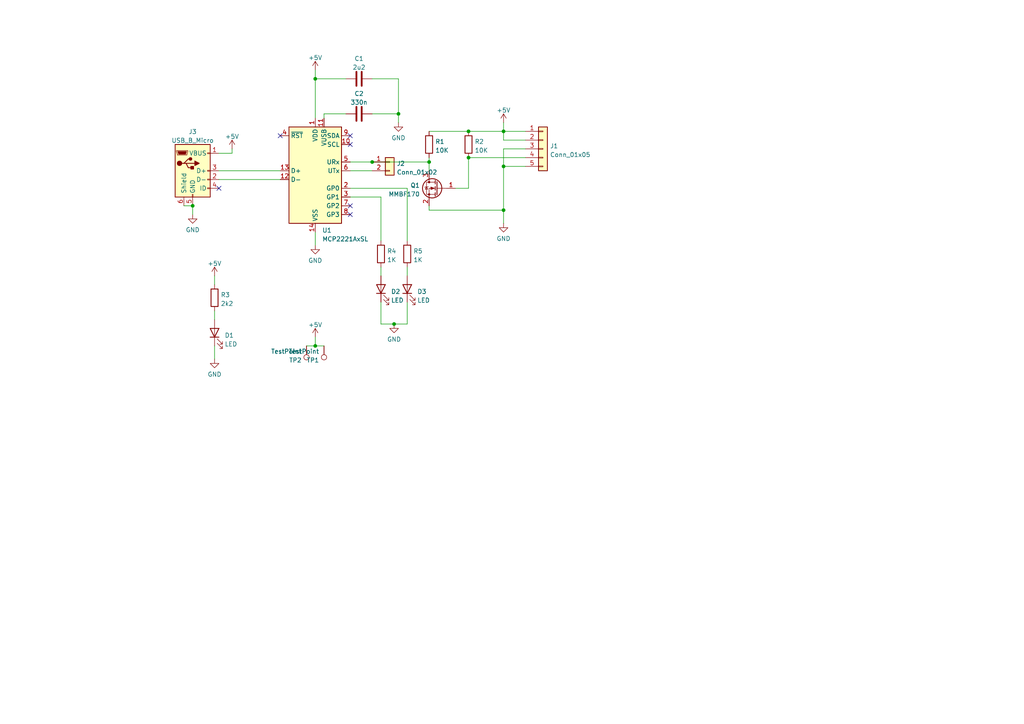
<source format=kicad_sch>
(kicad_sch (version 20211123) (generator eeschema)
  (paper "A4")
  (lib_symbols
    (symbol "Connector:TestPoint" (pin_numbers hide) (pin_names (offset 0.762) hide)
      (property "Reference" "TP" (at 0 6.858 0))
      (property "Value" "TestPoint" (at 0 5.08 0))
      (symbol "TestPoint_0_1"
        (circle (center 0 3.302) (radius 0.762))
      )
      (symbol "TestPoint_1_1"
        (pin passive line (at 0 0 90) (length 2.54) (name "1") (number "1"))
      )
    )
    (symbol "Connector:USB_B_Micro" (pin_names (offset 1.016))
      (property "Reference" "J" (at -5.08 11.43 0))
      (property "Value" "USB_B_Micro" (at -5.08 8.89 0))
      (symbol "USB_B_Micro_0_1"
        (rectangle (start -5.08 -7.62) (end 5.08 7.62) (stroke (width 0.254)) (fill (type background)))
        (circle (center -3.81 2.159) (radius 0.635) (stroke (width 0.254)) (fill (type outline)))
        (circle (center -0.635 3.429) (radius 0.381) (stroke (width 0.254)) (fill (type outline)))
        (rectangle (start -0.127 -7.62) (end 0.127 -6.858))
        (polyline (pts (xy -1.905 2.159) (xy 0.635 2.159)) (stroke (width 0.254)))
        (polyline (pts (xy -3.175 2.159) (xy -2.54 2.159) (xy -1.27 3.429) (xy -0.635 3.429)) (stroke (width 0.254)))
        (polyline (pts (xy -2.54 2.159) (xy -1.905 2.159) (xy -1.27 0.889) (xy 0 0.889)) (stroke (width 0.254)))
        (polyline (pts (xy 0.635 2.794) (xy 0.635 1.524) (xy 1.905 2.159) (xy 0.635 2.794)) (stroke (width 0.254)) (fill (type outline)))
        (polyline (pts (xy -4.318 5.588) (xy -1.778 5.588) (xy -2.032 4.826) (xy -4.064 4.826) (xy -4.318 5.588)) (fill (type outline)))
        (polyline (pts (xy -4.699 5.842) (xy -4.699 5.588) (xy -4.445 4.826) (xy -4.445 4.572) (xy -1.651 4.572) (xy -1.651 4.826) (xy -1.397 5.588) (xy -1.397 5.842) (xy -4.699 5.842)))
        (rectangle (start 0.254 1.27) (end -0.508 0.508) (stroke (width 0.254)) (fill (type outline)))
        (rectangle (start 5.08 -5.207) (end 4.318 -4.953))
        (rectangle (start 5.08 -2.667) (end 4.318 -2.413))
        (rectangle (start 5.08 -0.127) (end 4.318 0.127))
        (rectangle (start 5.08 4.953) (end 4.318 5.207))
      )
      (symbol "USB_B_Micro_1_1"
        (pin power_out line (at 7.62 5.08 180) (length 2.54) (name "VBUS") (number "1"))
        (pin bidirectional line (at 7.62 -2.54 180) (length 2.54) (name "D-") (number "2"))
        (pin bidirectional line (at 7.62 0 180) (length 2.54) (name "D+") (number "3"))
        (pin passive line (at 7.62 -5.08 180) (length 2.54) (name "ID") (number "4"))
        (pin power_out line (at 0 -10.16 90) (length 2.54) (name "GND") (number "5"))
        (pin passive line (at -2.54 -10.16 90) (length 2.54) (name "Shield") (number "6"))
      )
    )
    (symbol "Connector_Generic:Conn_01x02" (pin_names (offset 1.016) hide)
      (property "Reference" "J" (at 0 2.54 0))
      (property "Value" "Conn_01x02" (at 0 -5.08 0))
      (symbol "Conn_01x02_1_1"
        (rectangle (start -1.27 -2.413) (end 0 -2.667) (stroke (width 0.1524)))
        (rectangle (start -1.27 0.127) (end 0 -0.127) (stroke (width 0.1524)))
        (rectangle (start -1.27 1.27) (end 1.27 -3.81) (stroke (width 0.254)) (fill (type background)))
        (pin passive line (at -5.08 0 0) (length 3.81) (name "Pin_1") (number "1"))
        (pin passive line (at -5.08 -2.54 0) (length 3.81) (name "Pin_2") (number "2"))
      )
    )
    (symbol "Connector_Generic:Conn_01x05" (pin_names (offset 1.016) hide)
      (property "Reference" "J" (at 0 7.62 0))
      (property "Value" "Conn_01x05" (at 0 -7.62 0))
      (symbol "Conn_01x05_1_1"
        (rectangle (start -1.27 -4.953) (end 0 -5.207) (stroke (width 0.1524)))
        (rectangle (start -1.27 -2.413) (end 0 -2.667) (stroke (width 0.1524)))
        (rectangle (start -1.27 0.127) (end 0 -0.127) (stroke (width 0.1524)))
        (rectangle (start -1.27 2.667) (end 0 2.413) (stroke (width 0.1524)))
        (rectangle (start -1.27 5.207) (end 0 4.953) (stroke (width 0.1524)))
        (rectangle (start -1.27 6.35) (end 1.27 -6.35) (stroke (width 0.254)) (fill (type background)))
        (pin passive line (at -5.08 5.08 0) (length 3.81) (name "Pin_1") (number "1"))
        (pin passive line (at -5.08 2.54 0) (length 3.81) (name "Pin_2") (number "2"))
        (pin passive line (at -5.08 0 0) (length 3.81) (name "Pin_3") (number "3"))
        (pin passive line (at -5.08 -2.54 0) (length 3.81) (name "Pin_4") (number "4"))
        (pin passive line (at -5.08 -5.08 0) (length 3.81) (name "Pin_5") (number "5"))
      )
    )
    (symbol "Device:C" (pin_numbers hide) (pin_names (offset 0.254))
      (property "Reference" "C" (at 0.635 2.54 0))
      (property "Value" "C" (at 0.635 -2.54 0))
      (symbol "C_0_1"
        (polyline (pts (xy -2.032 -0.762) (xy 2.032 -0.762)) (stroke (width 0.508)))
        (polyline (pts (xy -2.032 0.762) (xy 2.032 0.762)) (stroke (width 0.508)))
      )
      (symbol "C_1_1"
        (pin passive line (at 0 3.81 270) (length 2.794) (name "~") (number "1"))
        (pin passive line (at 0 -3.81 90) (length 2.794) (name "~") (number "2"))
      )
    )
    (symbol "Device:LED" (pin_numbers hide) (pin_names (offset 1.016) hide)
      (property "Reference" "D" (at 0 2.54 0))
      (property "Value" "LED" (at 0 -2.54 0))
      (symbol "LED_0_1"
        (polyline (pts (xy -1.27 -1.27) (xy -1.27 1.27)) (stroke (width 0.254)))
        (polyline (pts (xy -1.27 0) (xy 1.27 0)))
        (polyline (pts (xy 1.27 -1.27) (xy 1.27 1.27) (xy -1.27 0) (xy 1.27 -1.27)) (stroke (width 0.254)))
        (polyline (pts (xy -3.048 -0.762) (xy -4.572 -2.286) (xy -3.81 -2.286) (xy -4.572 -2.286) (xy -4.572 -1.524)))
        (polyline (pts (xy -1.778 -0.762) (xy -3.302 -2.286) (xy -2.54 -2.286) (xy -3.302 -2.286) (xy -3.302 -1.524)))
      )
      (symbol "LED_1_1"
        (pin passive line (at -3.81 0 0) (length 2.54) (name "K") (number "1"))
        (pin passive line (at 3.81 0 180) (length 2.54) (name "A") (number "2"))
      )
    )
    (symbol "Device:R" (pin_numbers hide) (pin_names (offset 0))
      (property "Reference" "R" (at 2.032 0 90))
      (property "Value" "R" (at 0 0 90))
      (symbol "R_0_1"
        (rectangle (start -1.016 -2.54) (end 1.016 2.54) (stroke (width 0.254)))
      )
      (symbol "R_1_1"
        (pin passive line (at 0 3.81 270) (length 1.27) (name "~") (number "1"))
        (pin passive line (at 0 -3.81 90) (length 1.27) (name "~") (number "2"))
      )
    )
    (symbol "Interface_USB:MCP2221AxSL"
      (property "Reference" "U" (at -7.62 16.51 0))
      (property "Value" "MCP2221AxSL" (at 12.7 16.51 0))
      (symbol "MCP2221AxSL_0_1"
        (rectangle (start -7.62 15.24) (end 7.62 -12.7) (stroke (width 0.254)) (fill (type background)))
      )
      (symbol "MCP2221AxSL_1_1"
        (pin power_in line (at 0 17.78 270) (length 2.54) (name "VDD") (number "1"))
        (pin bidirectional line (at 10.16 10.16 180) (length 2.54) (name "SCL") (number "10"))
        (pin passive line (at 2.54 17.78 270) (length 2.54) (name "VUSB") (number "11"))
        (pin bidirectional line (at -10.16 0 0) (length 2.54) (name "D-") (number "12"))
        (pin bidirectional line (at -10.16 2.54 0) (length 2.54) (name "D+") (number "13"))
        (pin power_in line (at 0 -15.24 90) (length 2.54) (name "VSS") (number "14"))
        (pin bidirectional line (at 10.16 -2.54 180) (length 2.54) (name "GP0") (number "2"))
        (pin bidirectional line (at 10.16 -5.08 180) (length 2.54) (name "GP1") (number "3"))
        (pin input line (at -10.16 12.7 0) (length 2.54) (name "~{RST}") (number "4"))
        (pin input line (at 10.16 5.08 180) (length 2.54) (name "URx") (number "5"))
        (pin output line (at 10.16 2.54 180) (length 2.54) (name "UTx") (number "6"))
        (pin bidirectional line (at 10.16 -7.62 180) (length 2.54) (name "GP2") (number "7"))
        (pin bidirectional line (at 10.16 -10.16 180) (length 2.54) (name "GP3") (number "8"))
        (pin bidirectional line (at 10.16 12.7 180) (length 2.54) (name "SDA") (number "9"))
      )
    )
    (symbol "Transistor_FET:MMBF170" (pin_names hide)
      (property "Reference" "Q" (at 5.08 1.905 0))
      (property "Value" "MMBF170" (at 5.08 0 0))
      (symbol "MMBF170_0_1"
        (polyline (pts (xy 0.254 0) (xy -2.54 0)))
        (polyline (pts (xy 0.254 1.905) (xy 0.254 -1.905)) (stroke (width 0.254)))
        (polyline (pts (xy 0.762 -1.27) (xy 0.762 -2.286)) (stroke (width 0.254)))
        (polyline (pts (xy 0.762 0.508) (xy 0.762 -0.508)) (stroke (width 0.254)))
        (polyline (pts (xy 0.762 2.286) (xy 0.762 1.27)) (stroke (width 0.254)))
        (polyline (pts (xy 2.54 2.54) (xy 2.54 1.778)))
        (polyline (pts (xy 2.54 -2.54) (xy 2.54 0) (xy 0.762 0)))
        (polyline (pts (xy 0.762 -1.778) (xy 3.302 -1.778) (xy 3.302 1.778) (xy 0.762 1.778)))
        (polyline (pts (xy 1.016 0) (xy 2.032 0.381) (xy 2.032 -0.381) (xy 1.016 0)) (fill (type outline)))
        (polyline (pts (xy 2.794 0.508) (xy 2.921 0.381) (xy 3.683 0.381) (xy 3.81 0.254)))
        (polyline (pts (xy 3.302 0.381) (xy 2.921 -0.254) (xy 3.683 -0.254) (xy 3.302 0.381)))
        (circle (center 1.651 0) (radius 2.794) (stroke (width 0.254)))
        (circle (center 2.54 -1.778) (radius 0.254) (fill (type outline)))
        (circle (center 2.54 1.778) (radius 0.254) (fill (type outline)))
      )
      (symbol "MMBF170_1_1"
        (pin input line (at -5.08 0 0) (length 2.54) (name "G") (number "1"))
        (pin passive line (at 2.54 -5.08 90) (length 2.54) (name "S") (number "2"))
        (pin passive line (at 2.54 5.08 270) (length 2.54) (name "D") (number "3"))
      )
    )
    (symbol "power:+5V" (power) (pin_names (offset 0))
      (property "Value" "+5V" (at 0 3.556 0))
      (symbol "+5V_0_1"
        (polyline (pts (xy -0.762 1.27) (xy 0 2.54)))
        (polyline (pts (xy 0 0) (xy 0 2.54)))
        (polyline (pts (xy 0 2.54) (xy 0.762 1.27)))
      )
      (symbol "+5V_1_1"
        (pin power_in line (at 0 0 90) (length 0) hide (name "+5V") (number "1"))
      )
    )
    (symbol "power:GND" (power) (pin_names (offset 0))
      (property "Value" "GND" (at 0 -3.81 0))
      (symbol "GND_0_1"
        (polyline (pts (xy 0 0) (xy 0 -1.27) (xy 1.27 -1.27) (xy 0 -2.54) (xy -1.27 -1.27) (xy 0 -1.27)))
      )
      (symbol "GND_1_1"
        (pin power_in line (at 0 0 270) (length 0) hide (name "GND") (number "1"))
      )
    )
  )
  (junction (at 114.3 93.98))
  (junction (at 146.05 38.1))
  (junction (at 55.88 59.69))
  (junction (at 124.46 46.99))
  (junction (at 107.95 46.99))
  (junction (at 91.44 100.33))
  (junction (at 146.05 48.26))
  (junction (at 115.57 33.02))
  (junction (at 91.44 22.86))
  (junction (at 135.89 38.1))
  (junction (at 135.89 45.72))
  (junction (at 146.05 60.96))
  (no_connect (at 101.6 41.91))
  (no_connect (at 101.6 39.37))
  (no_connect (at 81.28 39.37))
  (no_connect (at 101.6 59.69))
  (no_connect (at 101.6 62.23))
  (no_connect (at 63.5 54.61))
  (wire (pts (xy 62.23 100.33) (xy 62.23 104.14)))
  (wire (pts (xy 63.5 52.07) (xy 81.28 52.07)))
  (wire (pts (xy 132.08 54.61) (xy 135.89 54.61)))
  (wire (pts (xy 135.89 54.61) (xy 135.89 45.72)))
  (wire (pts (xy 146.05 48.26) (xy 152.4 48.26)))
  (wire (pts (xy 110.49 57.15) (xy 110.49 69.85)))
  (wire (pts (xy 146.05 43.18) (xy 146.05 48.26)))
  (wire (pts (xy 91.44 100.33) (xy 91.44 97.79)))
  (wire (pts (xy 124.46 60.96) (xy 124.46 59.69)))
  (wire (pts (xy 115.57 22.86) (xy 115.57 33.02)))
  (wire (pts (xy 124.46 38.1) (xy 135.89 38.1)))
  (wire (pts (xy 62.23 90.17) (xy 62.23 92.71)))
  (wire (pts (xy 101.6 46.99) (xy 107.95 46.99)))
  (wire (pts (xy 101.6 54.61) (xy 118.11 54.61)))
  (wire (pts (xy 107.95 46.99) (xy 124.46 46.99)))
  (wire (pts (xy 152.4 43.18) (xy 146.05 43.18)))
  (wire (pts (xy 146.05 60.96) (xy 146.05 64.77)))
  (wire (pts (xy 118.11 54.61) (xy 118.11 69.85)))
  (wire (pts (xy 101.6 57.15) (xy 110.49 57.15)))
  (wire (pts (xy 124.46 60.96) (xy 146.05 60.96)))
  (wire (pts (xy 53.34 59.69) (xy 55.88 59.69)))
  (wire (pts (xy 135.89 45.72) (xy 152.4 45.72)))
  (wire (pts (xy 146.05 38.1) (xy 152.4 38.1)))
  (wire (pts (xy 107.95 33.02) (xy 115.57 33.02)))
  (wire (pts (xy 118.11 77.47) (xy 118.11 80.01)))
  (wire (pts (xy 152.4 40.64) (xy 146.05 40.64)))
  (wire (pts (xy 67.31 44.45) (xy 67.31 43.18)))
  (wire (pts (xy 91.44 20.32) (xy 91.44 22.86)))
  (wire (pts (xy 63.5 49.53) (xy 81.28 49.53)))
  (wire (pts (xy 91.44 22.86) (xy 100.33 22.86)))
  (wire (pts (xy 110.49 77.47) (xy 110.49 80.01)))
  (wire (pts (xy 107.95 22.86) (xy 115.57 22.86)))
  (wire (pts (xy 55.88 59.69) (xy 55.88 62.23)))
  (wire (pts (xy 93.98 33.02) (xy 93.98 34.29)))
  (wire (pts (xy 91.44 100.33) (xy 93.98 100.33)))
  (wire (pts (xy 63.5 44.45) (xy 67.31 44.45)))
  (wire (pts (xy 124.46 45.72) (xy 124.46 46.99)))
  (wire (pts (xy 88.9 100.33) (xy 91.44 100.33)))
  (wire (pts (xy 110.49 93.98) (xy 114.3 93.98)))
  (wire (pts (xy 110.49 87.63) (xy 110.49 93.98)))
  (wire (pts (xy 124.46 46.99) (xy 124.46 49.53)))
  (wire (pts (xy 101.6 49.53) (xy 107.95 49.53)))
  (wire (pts (xy 146.05 35.56) (xy 146.05 38.1)))
  (wire (pts (xy 146.05 48.26) (xy 146.05 60.96)))
  (wire (pts (xy 91.44 22.86) (xy 91.44 34.29)))
  (wire (pts (xy 62.23 80.01) (xy 62.23 82.55)))
  (wire (pts (xy 91.44 67.31) (xy 91.44 71.12)))
  (wire (pts (xy 100.33 33.02) (xy 93.98 33.02)))
  (wire (pts (xy 135.89 38.1) (xy 146.05 38.1)))
  (wire (pts (xy 146.05 40.64) (xy 146.05 38.1)))
  (wire (pts (xy 118.11 87.63) (xy 118.11 93.98)))
  (wire (pts (xy 115.57 33.02) (xy 115.57 35.56)))
  (wire (pts (xy 118.11 93.98) (xy 114.3 93.98)))
  (symbol (lib_id "Connector:USB_B_Micro") (at 55.88 49.53 0) (unit 1)
    (property "Reference" "J3" (at 55.88 38.2102 0))
    (property "Value" "USB_B_Micro" (at 55.88 40.7471 0))
    (property "Footprint" "Connector_USB:USB_Mini-B_Wuerth_65100516121_Horizontal" (effects hide))
  )
  (symbol (lib_id "Connector:TestPoint") (at 93.98 100.33 180) (unit 1)
    (property "Reference" "TP1" (at 92.583 104.4667 0) (effects (justify left)))
    (property "Value" "TestPoint" (at 92.583 101.9298 0) (effects (justify left)))
    (property "Footprint" "Connector_Pin:Pin_D1.0mm_L10.0mm" (effects hide))
  )
  (symbol (lib_id "power:+5V") (at 91.44 97.79 0) (unit 1)
    (property "Reference" "#PWR0110" (effects hide))
    (property "Value" "+5V" (at 91.44 94.2142 0))
  )
  (symbol (lib_id "power:GND") (at 91.44 71.12 0) (unit 1)
    (property "Reference" "#PWR0107" (effects hide))
    (property "Value" "GND" (at 91.44 75.5634 0))
  )
  (symbol (lib_id "power:GND") (at 146.05 64.77 0) (unit 1)
    (property "Reference" "#PWR0109" (effects hide))
    (property "Value" "GND" (at 146.05 69.2134 0))
  )
  (symbol (lib_id "power:GND") (at 55.88 62.23 0) (unit 1)
    (property "Reference" "#PWR0101" (effects hide))
    (property "Value" "GND" (at 55.88 66.6734 0))
  )
  (symbol (lib_id "Device:C") (at 104.14 22.86 90) (unit 1)
    (property "Reference" "C1" (at 104.14 17.0012 90))
    (property "Value" "2u2" (at 104.14 19.5381 90))
    (property "Footprint" "Capacitor_THT:C_Radial_D5.0mm_H5.0mm_P2.00mm" (effects hide))
  )
  (symbol (lib_id "power:+5V") (at 62.23 80.01 0) (unit 1)
    (property "Reference" "#PWR0105" (effects hide))
    (property "Value" "+5V" (at 62.23 76.4342 0))
  )
  (symbol (lib_id "power:+5V") (at 67.31 43.18 0) (unit 1)
    (property "Reference" "#PWR0103" (effects hide))
    (property "Value" "+5V" (at 67.31 39.6042 0))
  )
  (symbol (lib_id "power:GND") (at 62.23 104.14 0) (unit 1)
    (property "Reference" "#PWR0104" (effects hide))
    (property "Value" "GND" (at 62.23 108.5834 0))
  )
  (symbol (lib_id "power:+5V") (at 91.44 20.32 0) (unit 1)
    (property "Reference" "#PWR0102" (effects hide))
    (property "Value" "+5V" (at 91.44 16.7442 0))
  )
  (symbol (lib_id "power:+5V") (at 146.05 35.56 0) (unit 1)
    (property "Reference" "#PWR0108" (effects hide))
    (property "Value" "+5V" (at 146.05 31.9842 0))
  )
  (symbol (lib_id "Device:R") (at 110.49 73.66 0) (unit 1)
    (property "Reference" "R4" (at 112.268 72.8253 0) (effects (justify left)))
    (property "Value" "1K" (at 112.268 75.3622 0) (effects (justify left)))
    (property "Footprint" "Resistor_SMD:R_1206_3216Metric" (effects hide))
  )
  (symbol (lib_id "Device:R") (at 62.23 86.36 0) (unit 1)
    (property "Reference" "R3" (at 64.008 85.5253 0) (effects (justify left)))
    (property "Value" "2k2" (at 64.008 88.0622 0) (effects (justify left)))
    (property "Footprint" "Resistor_SMD:R_1206_3216Metric" (effects hide))
  )
  (symbol (lib_id "Device:R") (at 118.11 73.66 0) (unit 1)
    (property "Reference" "R5" (at 119.888 72.8253 0) (effects (justify left)))
    (property "Value" "1K" (at 119.888 75.3622 0) (effects (justify left)))
    (property "Footprint" "Resistor_SMD:R_1206_3216Metric" (effects hide))
  )
  (symbol (lib_id "Connector:TestPoint") (at 88.9 100.33 180) (unit 1)
    (property "Reference" "TP2" (at 87.503 104.4667 0) (effects (justify left)))
    (property "Value" "TestPoint" (at 87.503 101.9298 0) (effects (justify left)))
    (property "Footprint" "Connector_Pin:Pin_D1.0mm_L10.0mm" (effects hide))
  )
  (symbol (lib_id "Interface_USB:MCP2221AxSL") (at 91.44 52.07 0) (unit 1)
    (property "Reference" "U1" (at 93.4594 66.8004 0) (effects (justify left)))
    (property "Value" "MCP2221AxSL" (at 93.4594 69.3373 0) (effects (justify left)))
    (property "Footprint" "Package_SO:SOIC-14_3.9x8.7mm_P1.27mm" (effects hide))
    (property "Datasheet" "http://ww1.microchip.com/downloads/en/DeviceDoc/20005565B.pdf" (effects hide))
  )
  (symbol (lib_id "Device:C") (at 104.14 33.02 90) (unit 1)
    (property "Reference" "C2" (at 104.14 27.1612 90))
    (property "Value" "330n" (at 104.14 29.6981 90))
    (property "Footprint" "Capacitor_SMD:C_1206_3216Metric" (effects hide))
  )
  (symbol (lib_id "power:GND") (at 114.3 93.98 0) (unit 1)
    (property "Reference" "#PWR01" (effects hide))
    (property "Value" "GND" (at 114.3 98.4234 0))
  )
  (symbol (lib_id "Connector_Generic:Conn_01x05") (at 157.48 43.18 0) (unit 1)
    (property "Reference" "J1" (at 159.512 42.3453 0) (effects (justify left)))
    (property "Value" "Conn_01x05" (at 159.512 44.8822 0) (effects (justify left)))
    (property "Footprint" "Connector_JST:JST_PH_B5B-PH-K_1x05_P2.00mm_Vertical" (effects hide))
  )
  (symbol (lib_id "Device:R") (at 135.89 41.91 0) (unit 1)
    (property "Reference" "R2" (at 137.668 41.0753 0) (effects (justify left)))
    (property "Value" "10K" (at 137.668 43.6122 0) (effects (justify left)))
    (property "Footprint" "Resistor_SMD:R_1206_3216Metric" (effects hide))
  )
  (symbol (lib_id "Device:LED") (at 118.11 83.82 90) (unit 1)
    (property "Reference" "D3" (at 121.031 84.5728 90) (effects (justify right)))
    (property "Value" "LED" (at 121.031 87.1097 90) (effects (justify right)))
    (property "Footprint" "LED_SMD:LED_1206_3216Metric" (effects hide))
  )
  (symbol (lib_id "Transistor_FET:MMBF170") (at 127 54.61 0) (mirror y) (unit 1)
    (property "Reference" "Q1" (at 121.793 53.7753 0) (effects (justify left)))
    (property "Value" "MMBF170" (at 121.793 56.3122 0) (effects (justify left)))
    (property "Footprint" "Package_TO_SOT_SMD:SOT-23" (effects hide))
    (property "Datasheet" "https://www.diodes.com/assets/Datasheets/ds30104.pdf" (effects hide))
  )
  (symbol (lib_id "Device:LED") (at 62.23 96.52 90) (unit 1)
    (property "Reference" "D1" (at 65.151 97.2728 90) (effects (justify right)))
    (property "Value" "LED" (at 65.151 99.8097 90) (effects (justify right)))
    (property "Footprint" "LED_SMD:LED_1206_3216Metric" (effects hide))
  )
  (symbol (lib_id "Device:R") (at 124.46 41.91 0) (unit 1)
    (property "Reference" "R1" (at 126.238 41.0753 0) (effects (justify left)))
    (property "Value" "10K" (at 126.238 43.6122 0) (effects (justify left)))
    (property "Footprint" "Resistor_SMD:R_1206_3216Metric" (effects hide))
  )
  (symbol (lib_id "Connector_Generic:Conn_01x02") (at 113.03 46.99 0) (unit 1)
    (property "Reference" "J2" (at 115.062 47.4253 0) (effects (justify left)))
    (property "Value" "Conn_01x02" (at 115.062 49.9622 0) (effects (justify left)))
    (property "Footprint" "Connector_Molex:Molex_KK-254_AE-6410-02A_1x02_P2.54mm_Vertical" (effects hide))
  )
  (symbol (lib_id "Device:LED") (at 110.49 83.82 90) (unit 1)
    (property "Reference" "D2" (at 113.411 84.5728 90) (effects (justify right)))
    (property "Value" "LED" (at 113.411 87.1097 90) (effects (justify right)))
    (property "Footprint" "LED_SMD:LED_1206_3216Metric" (effects hide))
  )
  (symbol (lib_id "power:GND") (at 115.57 35.56 0) (unit 1)
    (property "Reference" "#PWR0106" (effects hide))
    (property "Value" "GND" (at 115.57 40.0034 0))
  )
)
</source>
